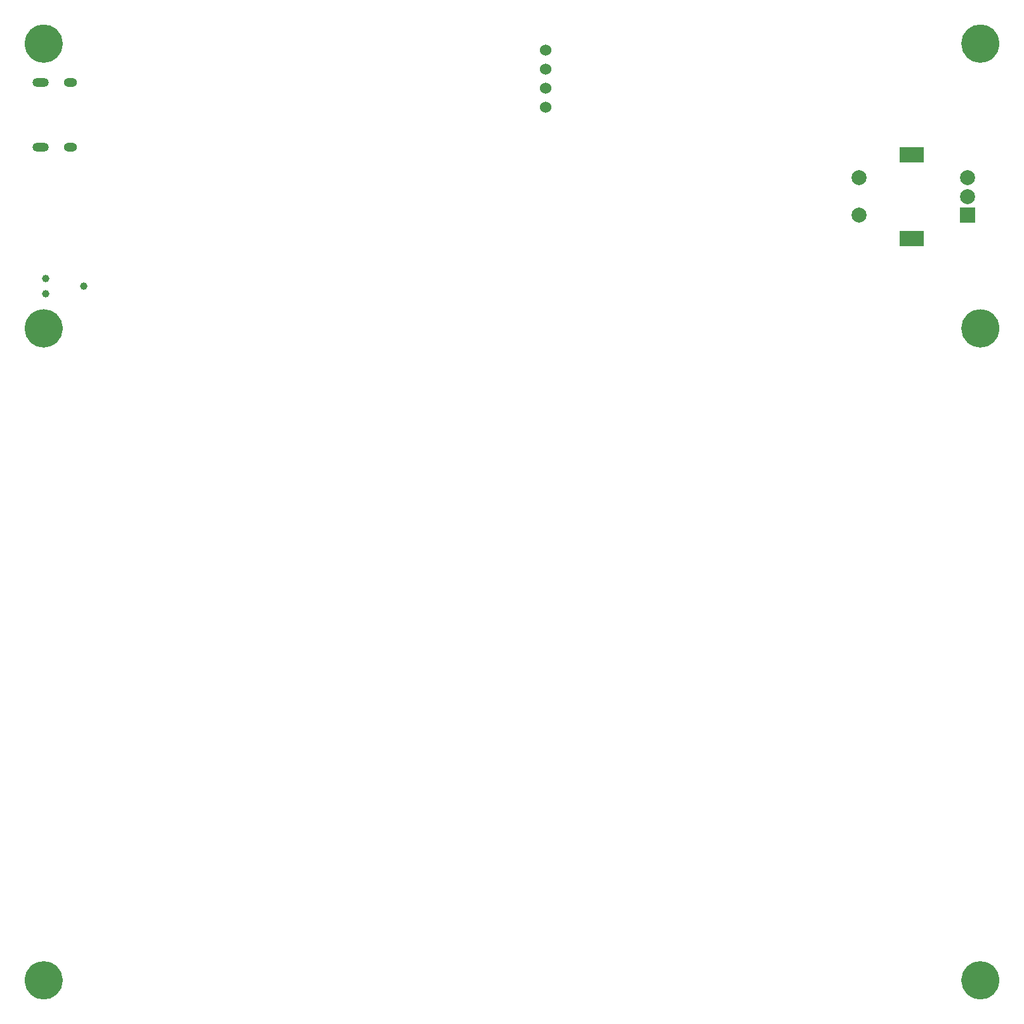
<source format=gbs>
G04 #@! TF.GenerationSoftware,KiCad,Pcbnew,9.0.0*
G04 #@! TF.CreationDate,2025-03-20T12:53:00+01:00*
G04 #@! TF.ProjectId,backlight,6261636b-6c69-4676-9874-2e6b69636164,rev?*
G04 #@! TF.SameCoordinates,Original*
G04 #@! TF.FileFunction,Soldermask,Bot*
G04 #@! TF.FilePolarity,Negative*
%FSLAX46Y46*%
G04 Gerber Fmt 4.6, Leading zero omitted, Abs format (unit mm)*
G04 Created by KiCad (PCBNEW 9.0.0) date 2025-03-20 12:53:00*
%MOMM*%
%LPD*%
G01*
G04 APERTURE LIST*
%ADD10C,2.575000*%
%ADD11C,2.200000*%
%ADD12C,0.990600*%
%ADD13C,1.524000*%
%ADD14R,2.000000X2.000000*%
%ADD15C,2.000000*%
%ADD16R,3.200000X2.000000*%
%ADD17O,1.800000X1.200000*%
%ADD18O,2.200000X1.200000*%
G04 APERTURE END LIST*
D10*
X179287500Y-61750000D02*
G75*
G02*
X176712500Y-61750000I-1287500J0D01*
G01*
X176712500Y-61750000D02*
G75*
G02*
X179287500Y-61750000I1287500J0D01*
G01*
X54287500Y-61750000D02*
G75*
G02*
X51712500Y-61750000I-1287500J0D01*
G01*
X51712500Y-61750000D02*
G75*
G02*
X54287500Y-61750000I1287500J0D01*
G01*
X54287500Y-23750000D02*
G75*
G02*
X51712500Y-23750000I-1287500J0D01*
G01*
X51712500Y-23750000D02*
G75*
G02*
X54287500Y-23750000I1287500J0D01*
G01*
X179287500Y-148750000D02*
G75*
G02*
X176712500Y-148750000I-1287500J0D01*
G01*
X176712500Y-148750000D02*
G75*
G02*
X179287500Y-148750000I1287500J0D01*
G01*
X54287500Y-148750000D02*
G75*
G02*
X51712500Y-148750000I-1287500J0D01*
G01*
X51712500Y-148750000D02*
G75*
G02*
X54287500Y-148750000I1287500J0D01*
G01*
X179287500Y-23750000D02*
G75*
G02*
X176712500Y-23750000I-1287500J0D01*
G01*
X176712500Y-23750000D02*
G75*
G02*
X179287500Y-23750000I1287500J0D01*
G01*
D11*
X178000000Y-61750000D03*
X53000000Y-61750000D03*
X53000000Y-23750000D03*
X178000000Y-148750000D03*
D12*
X58321000Y-56074000D03*
X53241000Y-57090000D03*
X53241000Y-55058000D03*
D11*
X53000000Y-148750000D03*
D13*
X119950000Y-32270000D03*
X119950000Y-29730000D03*
X119950000Y-27190000D03*
X119950000Y-24650000D03*
D14*
X176300000Y-46650000D03*
D15*
X176300000Y-41650000D03*
X176300000Y-44150000D03*
D16*
X168800000Y-49750000D03*
X168800000Y-38550000D03*
D15*
X161800000Y-41650000D03*
X161800000Y-46650000D03*
D11*
X178000000Y-23750000D03*
D17*
X56550000Y-28930000D03*
D18*
X52550000Y-28930000D03*
D17*
X56550000Y-37570000D03*
D18*
X52550000Y-37570000D03*
M02*

</source>
